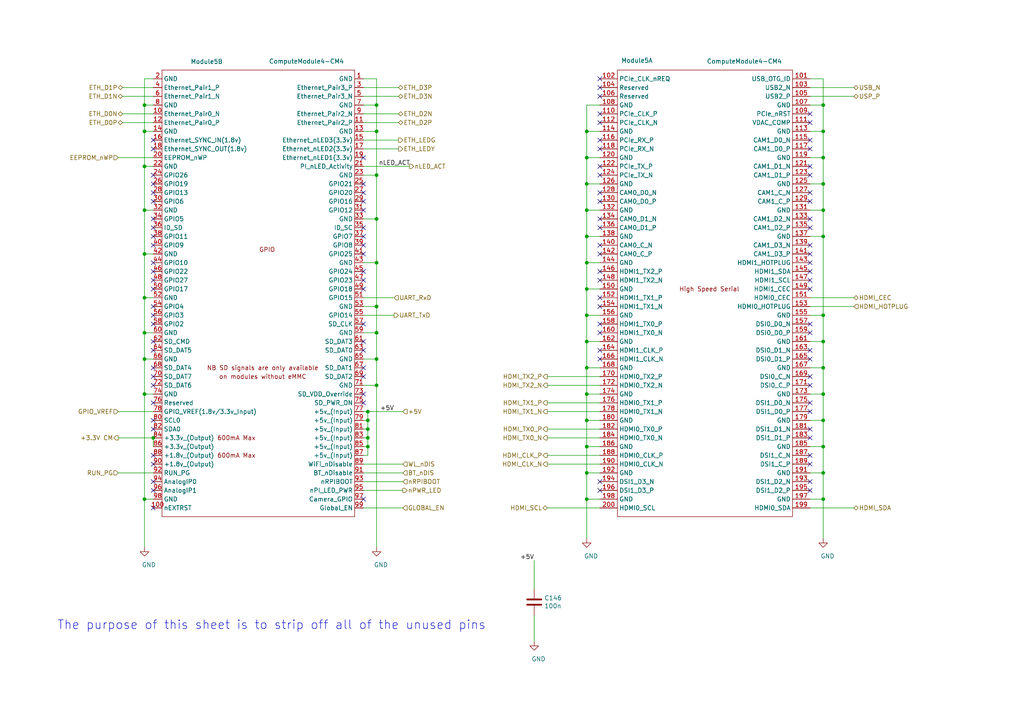
<source format=kicad_sch>
(kicad_sch (version 20230121) (generator eeschema)
  (paper "A4")
  (title_block (title "Penta-Pi") (date "2022-09-05") (rev "2.0") (comment 1 "fjc"))
  (lib_symbols
    (symbol "CM4IO:ComputeModule4-CM4"
      (property "Reference" "Module" (at 113.03 -68.58 0))
      (property "Value" "ComputeModule4-CM4" (at 140.97 2.54 0))
      (property "Special" "Hirose" (at 0 0 0))
      (symbol "ComputeModule4-CM4_1_0"
        (text "GPIO" (at 0 6.35 0) (effects (font (size 1.27 1.27))))
      )
      (symbol "ComputeModule4-CM4_1_1"
        (rectangle (start -30.48 -71.12) (end 25.4 58.42))
        (text "600mA Max" (at -8.89 -53.34 0) (effects (font (size 1.27 1.27))))
        (text "600mA Max" (at -8.89 -48.26 0) (effects (font (size 1.27 1.27))))
        (text "NB SD signals are only available" (at -1.27 -27.94 0) (effects (font (size 1.27 1.27))))
        (text "on modules without eMMC" (at -1.27 -30.48 0) (effects (font (size 1.27 1.27))))
        (pin power_in line (at 27.94 55.88 180) (length 2.54) (name "GND") (number "1"))
        (pin passive line (at -33.02 45.72 0) (length 2.54) (name "Ethernet_Pair0_N") (number "10"))
        (pin output line (at -33.02 -68.58 0) (length 2.54) (name "nEXTRST") (number "100"))
        (pin passive line (at 27.94 43.18 180) (length 2.54) (name "Ethernet_Pair2_P") (number "11"))
        (pin passive line (at -33.02 43.18 0) (length 2.54) (name "Ethernet_Pair0_P") (number "12"))
        (pin power_in line (at 27.94 40.64 180) (length 2.54) (name "GND") (number "13"))
        (pin power_in line (at -33.02 40.64 0) (length 2.54) (name "GND") (number "14"))
        (pin output line (at 27.94 38.1 180) (length 2.54) (name "Ethernet_nLED3(3.3v)") (number "15"))
        (pin input line (at -33.02 38.1 0) (length 2.54) (name "Ethernet_SYNC_IN(1.8v)") (number "16"))
        (pin output line (at 27.94 35.56 180) (length 2.54) (name "Ethernet_nLED2(3.3v)") (number "17"))
        (pin input line (at -33.02 35.56 0) (length 2.54) (name "Ethernet_SYNC_OUT(1.8v)") (number "18"))
        (pin output line (at 27.94 33.02 180) (length 2.54) (name "Ethernet_nLED1(3.3v)") (number "19"))
        (pin power_in line (at -33.02 55.88 0) (length 2.54) (name "GND") (number "2"))
        (pin passive line (at -33.02 33.02 0) (length 2.54) (name "EEPROM_nWP") (number "20"))
        (pin open_collector line (at 27.94 30.48 180) (length 2.54) (name "PI_nLED_Activity") (number "21"))
        (pin power_in line (at -33.02 30.48 0) (length 2.54) (name "GND") (number "22"))
        (pin power_in line (at 27.94 27.94 180) (length 2.54) (name "GND") (number "23"))
        (pin passive line (at -33.02 27.94 0) (length 2.54) (name "GPIO26") (number "24"))
        (pin passive line (at 27.94 25.4 180) (length 2.54) (name "GPIO21") (number "25"))
        (pin passive line (at -33.02 25.4 0) (length 2.54) (name "GPIO19") (number "26"))
        (pin passive line (at 27.94 22.86 180) (length 2.54) (name "GPIO20") (number "27"))
        (pin passive line (at -33.02 22.86 0) (length 2.54) (name "GPIO13") (number "28"))
        (pin passive line (at 27.94 20.32 180) (length 2.54) (name "GPIO16") (number "29"))
        (pin passive line (at 27.94 53.34 180) (length 2.54) (name "Ethernet_Pair3_P") (number "3"))
        (pin passive line (at -33.02 20.32 0) (length 2.54) (name "GPIO6") (number "30"))
        (pin passive line (at 27.94 17.78 180) (length 2.54) (name "GPIO12") (number "31"))
        (pin power_in line (at -33.02 17.78 0) (length 2.54) (name "GND") (number "32"))
        (pin power_in line (at 27.94 15.24 180) (length 2.54) (name "GND") (number "33"))
        (pin passive line (at -33.02 15.24 0) (length 2.54) (name "GPIO5") (number "34"))
        (pin passive line (at 27.94 12.7 180) (length 2.54) (name "ID_SC") (number "35"))
        (pin passive line (at -33.02 12.7 0) (length 2.54) (name "ID_SD") (number "36"))
        (pin passive line (at 27.94 10.16 180) (length 2.54) (name "GPIO7") (number "37"))
        (pin passive line (at -33.02 10.16 0) (length 2.54) (name "GPIO11") (number "38"))
        (pin passive line (at 27.94 7.62 180) (length 2.54) (name "GPIO8") (number "39"))
        (pin passive line (at -33.02 53.34 0) (length 2.54) (name "Ethernet_Pair1_P") (number "4"))
        (pin passive line (at -33.02 7.62 0) (length 2.54) (name "GPIO9") (number "40"))
        (pin passive line (at 27.94 5.08 180) (length 2.54) (name "GPIO25") (number "41"))
        (pin power_in line (at -33.02 5.08 0) (length 2.54) (name "GND") (number "42"))
        (pin power_in line (at 27.94 2.54 180) (length 2.54) (name "GND") (number "43"))
        (pin passive line (at -33.02 2.54 0) (length 2.54) (name "GPIO10") (number "44"))
        (pin passive line (at 27.94 0 180) (length 2.54) (name "GPIO24") (number "45"))
        (pin passive line (at -33.02 0 0) (length 2.54) (name "GPIO22") (number "46"))
        (pin passive line (at 27.94 -2.54 180) (length 2.54) (name "GPIO23") (number "47"))
        (pin passive line (at -33.02 -2.54 0) (length 2.54) (name "GPIO27") (number "48"))
        (pin passive line (at 27.94 -5.08 180) (length 2.54) (name "GPIO18") (number "49"))
        (pin passive line (at 27.94 50.8 180) (length 2.54) (name "Ethernet_Pair3_N") (number "5"))
        (pin passive line (at -33.02 -5.08 0) (length 2.54) (name "GPIO17") (number "50"))
        (pin passive line (at 27.94 -7.62 180) (length 2.54) (name "GPIO15") (number "51"))
        (pin power_in line (at -33.02 -7.62 0) (length 2.54) (name "GND") (number "52"))
        (pin power_in line (at 27.94 -10.16 180) (length 2.54) (name "GND") (number "53"))
        (pin passive line (at -33.02 -10.16 0) (length 2.54) (name "GPIO4") (number "54"))
        (pin passive line (at 27.94 -12.7 180) (length 2.54) (name "GPIO14") (number "55"))
        (pin passive line (at -33.02 -12.7 0) (length 2.54) (name "GPIO3") (number "56"))
        (pin passive line (at 27.94 -15.24 180) (length 2.54) (name "SD_CLK") (number "57"))
        (pin passive line (at -33.02 -15.24 0) (length 2.54) (name "GPIO2") (number "58"))
        (pin power_in line (at 27.94 -17.78 180) (length 2.54) (name "GND") (number "59"))
        (pin passive line (at -33.02 50.8 0) (length 2.54) (name "Ethernet_Pair1_N") (number "6"))
        (pin power_in line (at -33.02 -17.78 0) (length 2.54) (name "GND") (number "60"))
        (pin passive line (at 27.94 -20.32 180) (length 2.54) (name "SD_DAT3") (number "61"))
        (pin passive line (at -33.02 -20.32 0) (length 2.54) (name "SD_CMD") (number "62"))
        (pin passive line (at 27.94 -22.86 180) (length 2.54) (name "SD_DAT0") (number "63"))
        (pin passive line (at -33.02 -22.86 0) (length 2.54) (name "SD_DAT5") (number "64"))
        (pin power_in line (at 27.94 -25.4 180) (length 2.54) (name "GND") (number "65"))
        (pin power_in line (at -33.02 -25.4 0) (length 2.54) (name "GND") (number "66"))
        (pin passive line (at 27.94 -27.94 180) (length 2.54) (name "SD_DAT1") (number "67"))
        (pin passive line (at -33.02 -27.94 0) (length 2.54) (name "SD_DAT4") (number "68"))
        (pin passive line (at 27.94 -30.48 180) (length 2.54) (name "SD_DAT2") (number "69"))
        (pin power_in line (at 27.94 48.26 180) (length 2.54) (name "GND") (number "7"))
        (pin passive line (at -33.02 -30.48 0) (length 2.54) (name "SD_DAT7") (number "70"))
        (pin power_in line (at 27.94 -33.02 180) (length 2.54) (name "GND") (number "71"))
        (pin passive line (at -33.02 -33.02 0) (length 2.54) (name "SD_DAT6") (number "72"))
        (pin input line (at 27.94 -35.56 180) (length 2.54) (name "SD_VDD_Override") (number "73"))
        (pin power_in line (at -33.02 -35.56 0) (length 2.54) (name "GND") (number "74"))
        (pin output line (at 27.94 -38.1 180) (length 2.54) (name "SD_PWR_ON") (number "75"))
        (pin passive line (at -33.02 -38.1 0) (length 2.54) (name "Reserved") (number "76"))
        (pin power_in line (at 27.94 -40.64 180) (length 2.54) (name "+5v_(Input)") (number "77"))
        (pin power_in line (at -33.02 -40.64 0) (length 2.54) (name "GPIO_VREF(1.8v/3.3v_Input)") (number "78"))
        (pin power_in line (at 27.94 -43.18 180) (length 2.54) (name "+5v_(Input)") (number "79"))
        (pin power_in line (at -33.02 48.26 0) (length 2.54) (name "GND") (number "8"))
        (pin passive line (at -33.02 -43.18 0) (length 2.54) (name "SCL0") (number "80"))
        (pin power_in line (at 27.94 -45.72 180) (length 2.54) (name "+5v_(Input)") (number "81"))
        (pin passive line (at -33.02 -45.72 0) (length 2.54) (name "SDA0") (number "82"))
        (pin power_in line (at 27.94 -48.26 180) (length 2.54) (name "+5v_(Input)") (number "83"))
        (pin power_out line (at -33.02 -48.26 0) (length 2.54) (name "+3.3v_(Output)") (number "84"))
        (pin power_in line (at 27.94 -50.8 180) (length 2.54) (name "+5v_(Input)") (number "85"))
        (pin power_out line (at -33.02 -50.8 0) (length 2.54) (name "+3.3v_(Output)") (number "86"))
        (pin power_in line (at 27.94 -53.34 180) (length 2.54) (name "+5v_(Input)") (number "87"))
        (pin power_out line (at -33.02 -53.34 0) (length 2.54) (name "+1.8v_(Output)") (number "88"))
        (pin power_in line (at 27.94 -55.88 180) (length 2.54) (name "WiFi_nDisable") (number "89"))
        (pin passive line (at 27.94 45.72 180) (length 2.54) (name "Ethernet_Pair2_N") (number "9"))
        (pin power_out line (at -33.02 -55.88 0) (length 2.54) (name "+1.8v_(Output)") (number "90"))
        (pin power_in line (at 27.94 -58.42 180) (length 2.54) (name "BT_nDisable") (number "91"))
        (pin passive line (at -33.02 -58.42 0) (length 2.54) (name "RUN_PG") (number "92"))
        (pin input line (at 27.94 -60.96 180) (length 2.54) (name "nRPIBOOT") (number "93"))
        (pin passive line (at -33.02 -60.96 0) (length 2.54) (name "AnalogIP0") (number "94"))
        (pin output line (at 27.94 -63.5 180) (length 2.54) (name "nPI_LED_PWR") (number "95"))
        (pin passive line (at -33.02 -63.5 0) (length 2.54) (name "AnalogIP1") (number "96"))
        (pin passive line (at 27.94 -66.04 180) (length 2.54) (name "Camera_GPIO") (number "97"))
        (pin power_in line (at -33.02 -66.04 0) (length 2.54) (name "GND") (number "98"))
        (pin input line (at 27.94 -68.58 180) (length 2.54) (name "Global_EN") (number "99"))
      )
      (symbol "ComputeModule4-CM4_2_1"
        (rectangle (start 114.3 -66.04) (end 165.1 63.5))
        (text "High Speed Serial" (at 140.97 0 0) (effects (font (size 1.27 1.27))))
        (pin input line (at 170.18 60.96 180) (length 5.08) (name "USB_OTG_ID") (number "101"))
        (pin input line (at 109.22 60.96 0) (length 5.08) (name "PCIe_CLK_nREQ") (number "102"))
        (pin passive line (at 170.18 58.42 180) (length 5.08) (name "USB2_N") (number "103"))
        (pin passive line (at 109.22 58.42 0) (length 5.08) (name "Reserved") (number "104"))
        (pin passive line (at 170.18 55.88 180) (length 5.08) (name "USB2_P") (number "105"))
        (pin passive line (at 109.22 55.88 0) (length 5.08) (name "Reserved") (number "106"))
        (pin power_in line (at 170.18 53.34 180) (length 5.08) (name "GND") (number "107"))
        (pin power_in line (at 109.22 53.34 0) (length 5.08) (name "GND") (number "108"))
        (pin bidirectional line (at 170.18 50.8 180) (length 5.08) (name "PCIe_nRST") (number "109"))
        (pin output line (at 109.22 50.8 0) (length 5.08) (name "PCIe_CLK_P") (number "110"))
        (pin passive line (at 170.18 48.26 180) (length 5.08) (name "VDAC_COMP") (number "111"))
        (pin output line (at 109.22 48.26 0) (length 5.08) (name "PCIe_CLK_N") (number "112"))
        (pin power_in line (at 170.18 45.72 180) (length 5.08) (name "GND") (number "113"))
        (pin power_in line (at 109.22 45.72 0) (length 5.08) (name "GND") (number "114"))
        (pin input line (at 170.18 43.18 180) (length 5.08) (name "CAM1_D0_N") (number "115"))
        (pin input line (at 109.22 43.18 0) (length 5.08) (name "PCIe_RX_P") (number "116"))
        (pin input line (at 170.18 40.64 180) (length 5.08) (name "CAM1_D0_P") (number "117"))
        (pin input line (at 109.22 40.64 0) (length 5.08) (name "PCIe_RX_N") (number "118"))
        (pin power_in line (at 170.18 38.1 180) (length 5.08) (name "GND") (number "119"))
        (pin power_in line (at 109.22 38.1 0) (length 5.08) (name "GND") (number "120"))
        (pin input line (at 170.18 35.56 180) (length 5.08) (name "CAM1_D1_N") (number "121"))
        (pin output line (at 109.22 35.56 0) (length 5.08) (name "PCIe_TX_P") (number "122"))
        (pin input line (at 170.18 33.02 180) (length 5.08) (name "CAM1_D1_P") (number "123"))
        (pin output line (at 109.22 33.02 0) (length 5.08) (name "PCIe_TX_N") (number "124"))
        (pin power_in line (at 170.18 30.48 180) (length 5.08) (name "GND") (number "125"))
        (pin power_in line (at 109.22 30.48 0) (length 5.08) (name "GND") (number "126"))
        (pin input line (at 170.18 27.94 180) (length 5.08) (name "CAM1_C_N") (number "127"))
        (pin input line (at 109.22 27.94 0) (length 5.08) (name "CAM0_D0_N") (number "128"))
        (pin input line (at 170.18 25.4 180) (length 5.08) (name "CAM1_C_P") (number "129"))
        (pin input line (at 109.22 25.4 0) (length 5.08) (name "CAM0_D0_P") (number "130"))
        (pin power_in line (at 170.18 22.86 180) (length 5.08) (name "GND") (number "131"))
        (pin power_in line (at 109.22 22.86 0) (length 5.08) (name "GND") (number "132"))
        (pin input line (at 170.18 20.32 180) (length 5.08) (name "CAM1_D2_N") (number "133"))
        (pin input line (at 109.22 20.32 0) (length 5.08) (name "CAM0_D1_N") (number "134"))
        (pin input line (at 170.18 17.78 180) (length 5.08) (name "CAM1_D2_P") (number "135"))
        (pin input line (at 109.22 17.78 0) (length 5.08) (name "CAM0_D1_P") (number "136"))
        (pin power_in line (at 170.18 15.24 180) (length 5.08) (name "GND") (number "137"))
        (pin power_in line (at 109.22 15.24 0) (length 5.08) (name "GND") (number "138"))
        (pin input line (at 170.18 12.7 180) (length 5.08) (name "CAM1_D3_N") (number "139"))
        (pin input line (at 109.22 12.7 0) (length 5.08) (name "CAM0_C_N") (number "140"))
        (pin input line (at 170.18 10.16 180) (length 5.08) (name "CAM1_D3_P") (number "141"))
        (pin input line (at 109.22 10.16 0) (length 5.08) (name "CAM0_C_P") (number "142"))
        (pin input line (at 170.18 7.62 180) (length 5.08) (name "HDMI1_HOTPLUG") (number "143"))
        (pin power_in line (at 109.22 7.62 0) (length 5.08) (name "GND") (number "144"))
        (pin bidirectional line (at 170.18 5.08 180) (length 5.08) (name "HDMI1_SDA") (number "145"))
        (pin output line (at 109.22 5.08 0) (length 5.08) (name "HDMI1_TX2_P") (number "146"))
        (pin open_collector line (at 170.18 2.54 180) (length 5.08) (name "HDMI1_SCL") (number "147"))
        (pin output line (at 109.22 2.54 0) (length 5.08) (name "HDMI1_TX2_N") (number "148"))
        (pin open_collector line (at 170.18 0 180) (length 5.08) (name "HDMI1_CEC") (number "149"))
        (pin power_in line (at 109.22 0 0) (length 5.08) (name "GND") (number "150"))
        (pin open_collector line (at 170.18 -2.54 180) (length 5.08) (name "HDMI0_CEC") (number "151"))
        (pin output line (at 109.22 -2.54 0) (length 5.08) (name "HDMI1_TX1_P") (number "152"))
        (pin input line (at 170.18 -5.08 180) (length 5.08) (name "HDMI0_HOTPLUG") (number "153"))
        (pin output line (at 109.22 -5.08 0) (length 5.08) (name "HDMI1_TX1_N") (number "154"))
        (pin power_in line (at 170.18 -7.62 180) (length 5.08) (name "GND") (number "155"))
        (pin power_in line (at 109.22 -7.62 0) (length 5.08) (name "GND") (number "156"))
        (pin output line (at 170.18 -10.16 180) (length 5.08) (name "DSI0_D0_N") (number "157"))
        (pin output line (at 109.22 -10.16 0) (length 5.08) (name "HDMI1_TX0_P") (number "158"))
        (pin output line (at 170.18 -12.7 180) (length 5.08) (name "DSI0_D0_P") (number "159"))
        (pin output line (at 109.22 -12.7 0) (length 5.08) (name "HDMI1_TX0_N") (number "160"))
        (pin power_in line (at 170.18 -15.24 180) (length 5.08) (name "GND") (number "161"))
        (pin power_in line (at 109.22 -15.24 0) (length 5.08) (name "GND") (number "162"))
        (pin output line (at 170.18 -17.78 180) (length 5.08) (name "DSI0_D1_N") (number "163"))
        (pin output line (at 109.22 -17.78 0) (length 5.08) (name "HDMI1_CLK_P") (number "164"))
        (pin output line (at 170.18 -20.32 180) (length 5.08) (name "DSI0_D1_P") (number "165"))
        (pin output line (at 109.22 -20.32 0) (length 5.08) (name "HDMI1_CLK_N") (number "166"))
        (pin power_in line (at 170.18 -22.86 180) (length 5.08) (name "GND") (number "167"))
        (pin power_in line (at 109.22 -22.86 0) (length 5.08) (name "GND") (number "168"))
        (pin output line (at 170.18 -25.4 180) (length 5.08) (name "DSI0_C_N") (number "169"))
        (pin output line (at 109.22 -25.4 0) (length 5.08) (name "HDMI0_TX2_P") (number "170"))
        (pin output line (at 170.18 -27.94 180) (length 5.08) (name "DSI0_C_P") (number "171"))
        (pin output line (at 109.22 -27.94 0) (length 5.08) (name "HDMI0_TX2_N") (number "172"))
        (pin power_in line (at 170.18 -30.48 180) (length 5.08) (name "GND") (number "173"))
        (pin power_in line (at 109.22 -30.48 0) (length 5.08) (name "GND") (number "174"))
        (pin output line (at 170.18 -33.02 180) (length 5.08) (name "DSI1_D0_N") (number "175"))
        (pin output line (at 109.22 -33.02 0) (length 5.08) (name "HDMI0_TX1_P") (number "176"))
        (pin output line (at 170.18 -35.56 180) (length 5.08) (name "DSI1_D0_P") (number "177"))
        (pin output line (at 109.22 -35.56 0) (length 5.08) (name "HDMI0_TX1_N") (number "178"))
        (pin power_in line (at 170.18 -38.1 180) (length 5.08) (name "GND") (number "179"))
        (pin power_in line (at 109.22 -38.1 0) (length 5.08) (name "GND") (number "180"))
        (pin output line (at 170.18 -40.64 180) (length 5.08) (name "DSI1_D1_N") (number "181"))
        (pin output line (at 109.22 -40.64 0) (length 5.08) (name "HDMI0_TX0_P") (number "182"))
        (pin output line (at 170.18 -43.18 180) (length 5.08) (name "DSI1_D1_P") (number "183"))
        (pin output line (at 109.22 -43.18 0) (length 5.08) (name "HDMI0_TX0_N") (number "184"))
        (pin power_in line (at 170.18 -45.72 180) (length 5.08) (name "GND") (number "185"))
        (pin power_in line (at 109.22 -45.72 0) (length 5.08) (name "GND") (number "186"))
        (pin output line (at 170.18 -48.26 180) (length 5.08) (name "DSI1_C_N") (number "187"))
        (pin output line (at 109.22 -48.26 0) (length 5.08) (name "HDMI0_CLK_P") (number "188"))
        (pin output line (at 170.18 -50.8 180) (length 5.08) (name "DSI1_C_P") (number "189"))
        (pin output line (at 109.22 -50.8 0) (length 5.08) (name "HDMI0_CLK_N") (number "190"))
        (pin power_in line (at 170.18 -53.34 180) (length 5.08) (name "GND") (number "191"))
        (pin power_in line (at 109.22 -53.34 0) (length 5.08) (name "GND") (number "192"))
        (pin output line (at 170.18 -55.88 180) (length 5.08) (name "DSI1_D2_N") (number "193"))
        (pin output line (at 109.22 -55.88 0) (length 5.08) (name "DSI1_D3_N") (number "194"))
        (pin output line (at 170.18 -58.42 180) (length 5.08) (name "DSI1_D2_P") (number "195"))
        (pin output line (at 109.22 -58.42 0) (length 5.08) (name "DSI1_D3_P") (number "196"))
        (pin power_in line (at 170.18 -60.96 180) (length 5.08) (name "GND") (number "197"))
        (pin power_in line (at 109.22 -60.96 0) (length 5.08) (name "GND") (number "198"))
        (pin bidirectional line (at 170.18 -63.5 180) (length 5.08) (name "HDMI0_SDA") (number "199"))
        (pin open_collector line (at 109.22 -63.5 0) (length 5.08) (name "HDMI0_SCL") (number "200"))
      )
    )
    (symbol "Device:C" (pin_numbers hide) (pin_names (offset 0.254))
      (property "Reference" "C" (at 0.635 2.54 0))
      (property "Value" "C" (at 0.635 -2.54 0))
      (symbol "C_0_1"
        (polyline (pts (xy -2.032 -0.762) (xy 2.032 -0.762)) (stroke (width 0.508)))
        (polyline (pts (xy -2.032 0.762) (xy 2.032 0.762)) (stroke (width 0.508)))
      )
      (symbol "C_1_1"
        (pin passive line (at 0 3.81 270) (length 2.794) (name "~") (number "1"))
        (pin passive line (at 0 -3.81 90) (length 2.794) (name "~") (number "2"))
      )
    )
    (symbol "power:GND" (power) (pin_names (offset 0))
      (property "Value" "GND" (at 0 -3.81 0))
      (symbol "GND_0_1"
        (polyline (pts (xy 0 0) (xy 0 -1.27) (xy 1.27 -1.27) (xy 0 -2.54) (xy -1.27 -1.27) (xy 0 -1.27)))
      )
      (symbol "GND_1_1"
        (pin power_in line (at 0 0 270) (length 0) hide (name "GND") (number "1"))
      )
    )
  )
  (junction (at 170.18 53.34) (diameter 0.9144))
  (junction (at 109.22 76.2) (diameter 0.9144))
  (junction (at 106.68 119.38) (diameter 0.9144))
  (junction (at 41.91 38.1) (diameter 0.9144))
  (junction (at 109.22 50.8) (diameter 0.9144))
  (junction (at 170.18 121.92) (diameter 0.9144))
  (junction (at 170.18 76.2) (diameter 0.9144))
  (junction (at 238.76 45.72) (diameter 0.9144))
  (junction (at 170.18 114.3) (diameter 0.9144))
  (junction (at 106.68 129.54) (diameter 0.9144))
  (junction (at 41.91 60.96) (diameter 0.9144))
  (junction (at 170.18 137.16) (diameter 0.9144))
  (junction (at 170.18 68.58) (diameter 0.9144))
  (junction (at 170.18 45.72) (diameter 0.9144))
  (junction (at 109.22 104.14) (diameter 0.9144))
  (junction (at 238.76 53.34) (diameter 0.9144))
  (junction (at 44.45 127))
  (junction (at 238.76 99.06) (diameter 0.9144))
  (junction (at 41.91 144.78) (diameter 0.9144))
  (junction (at 41.91 114.3) (diameter 0.9144))
  (junction (at 109.22 30.48) (diameter 0.9144))
  (junction (at 238.76 137.16) (diameter 0.9144))
  (junction (at 238.76 129.54) (diameter 0.9144))
  (junction (at 238.76 30.48) (diameter 0.9144))
  (junction (at 106.68 121.92) (diameter 0.9144))
  (junction (at 238.76 144.78) (diameter 0.9144))
  (junction (at 170.18 83.82) (diameter 0.9144))
  (junction (at 170.18 60.96) (diameter 0.9144))
  (junction (at 41.91 96.52) (diameter 0.9144))
  (junction (at 238.76 68.58) (diameter 0.9144))
  (junction (at 170.18 91.44) (diameter 0.9144))
  (junction (at 41.91 86.36) (diameter 0.914))
  (junction (at 238.76 114.3) (diameter 0.9144))
  (junction (at 106.68 127) (diameter 0.9144))
  (junction (at 41.91 30.48) (diameter 0.9144))
  (junction (at 109.22 96.52) (diameter 0.9144))
  (junction (at 238.76 91.44) (diameter 0.9144))
  (junction (at 170.18 99.06) (diameter 0.9144))
  (junction (at 238.76 106.68) (diameter 0.9144))
  (junction (at 238.76 60.96) (diameter 0.9144))
  (junction (at 170.18 129.54) (diameter 0.9144))
  (junction (at 170.18 144.78) (diameter 0.9144))
  (junction (at 41.91 48.26) (diameter 0.9144))
  (junction (at 170.18 38.1) (diameter 0.9144))
  (junction (at 170.18 106.68) (diameter 0.9144))
  (junction (at 41.91 104.14) (diameter 0.9144))
  (junction (at 106.68 124.46) (diameter 0.9144))
  (junction (at 41.91 73.66) (diameter 0.9144))
  (junction (at 109.22 111.76) (diameter 0.9144))
  (junction (at 238.76 38.1) (diameter 0.9144))
  (junction (at 109.22 38.1) (diameter 0.9144))
  (junction (at 109.22 63.5) (diameter 0.9144))
  (junction (at 238.76 121.92) (diameter 0.9144))
  (junction (at 109.22 88.9) (diameter 0.9144))
  (no_connect (at 173.99 101.6))
  (no_connect (at 234.95 104.14))
  (no_connect (at 44.45 147.32))
  (no_connect (at 105.41 78.74))
  (no_connect (at 173.99 73.66))
  (no_connect (at 173.99 25.4))
  (no_connect (at 105.41 93.98))
  (no_connect (at 44.45 132.08))
  (no_connect (at 173.99 27.94))
  (no_connect (at 44.45 101.6))
  (no_connect (at 173.99 86.36))
  (no_connect (at 105.41 101.6))
  (no_connect (at 44.45 53.34))
  (no_connect (at 105.41 60.96))
  (no_connect (at 44.45 78.74))
  (no_connect (at 234.95 73.66))
  (no_connect (at 234.95 76.2))
  (no_connect (at 44.45 43.18))
  (no_connect (at 44.45 124.46))
  (no_connect (at 44.45 71.12))
  (no_connect (at 44.45 58.42))
  (no_connect (at 105.41 45.72))
  (no_connect (at 173.99 139.7))
  (no_connect (at 173.99 81.28))
  (no_connect (at 105.41 109.22))
  (no_connect (at 105.41 114.3))
  (no_connect (at 105.41 53.34))
  (no_connect (at 173.99 40.64))
  (no_connect (at 234.95 116.84))
  (no_connect (at 173.99 142.24))
  (no_connect (at 234.95 139.7))
  (no_connect (at 234.95 81.28))
  (no_connect (at 173.99 71.12))
  (no_connect (at 44.45 40.64))
  (no_connect (at 234.95 109.22))
  (no_connect (at 234.95 124.46))
  (no_connect (at 44.45 83.82))
  (no_connect (at 105.41 144.78))
  (no_connect (at 173.99 88.9))
  (no_connect (at 234.95 71.12))
  (no_connect (at 44.45 99.06))
  (no_connect (at 105.41 116.84))
  (no_connect (at 234.95 66.04))
  (no_connect (at 173.99 48.26))
  (no_connect (at 44.45 111.76))
  (no_connect (at 105.41 81.28))
  (no_connect (at 44.45 93.98))
  (no_connect (at 234.95 55.88))
  (no_connect (at 234.95 43.18))
  (no_connect (at 173.99 35.56))
  (no_connect (at 44.45 50.8))
  (no_connect (at 173.99 66.04))
  (no_connect (at 44.45 76.2))
  (no_connect (at 105.41 58.42))
  (no_connect (at 234.95 101.6))
  (no_connect (at 44.45 81.28))
  (no_connect (at 105.41 83.82))
  (no_connect (at 234.95 134.62))
  (no_connect (at 173.99 50.8))
  (no_connect (at 173.99 55.88))
  (no_connect (at 234.95 142.24))
  (no_connect (at 105.41 68.58))
  (no_connect (at 173.99 63.5))
  (no_connect (at 44.45 91.44))
  (no_connect (at 234.95 35.56))
  (no_connect (at 234.95 50.8))
  (no_connect (at 105.41 99.06))
  (no_connect (at 234.95 33.02))
  (no_connect (at 234.95 40.64))
  (no_connect (at 234.95 119.38))
  (no_connect (at 44.45 139.7))
  (no_connect (at 234.95 48.26))
  (no_connect (at 234.95 58.42))
  (no_connect (at 44.45 142.24))
  (no_connect (at 173.99 104.14))
  (no_connect (at 173.99 78.74))
  (no_connect (at 234.95 63.5))
  (no_connect (at 173.99 58.42))
  (no_connect (at 105.41 73.66))
  (no_connect (at 44.45 88.9))
  (no_connect (at 234.95 83.82))
  (no_connect (at 44.45 55.88))
  (no_connect (at 44.45 63.5))
  (no_connect (at 234.95 78.74))
  (no_connect (at 105.41 55.88))
  (no_connect (at 234.95 96.52))
  (no_connect (at 105.41 71.12))
  (no_connect (at 173.99 33.02))
  (no_connect (at 44.45 134.62))
  (no_connect (at 44.45 116.84))
  (no_connect (at 44.45 109.22))
  (no_connect (at 234.95 93.98))
  (no_connect (at 234.95 132.08))
  (no_connect (at 173.99 22.86))
  (no_connect (at 44.45 121.92))
  (no_connect (at 105.41 66.04))
  (no_connect (at 234.95 127))
  (no_connect (at 105.41 106.68))
  (no_connect (at 44.45 68.58))
  (no_connect (at 173.99 93.98))
  (no_connect (at 234.95 111.76))
  (no_connect (at 44.45 106.68))
  (no_connect (at 173.99 43.18))
  (no_connect (at 44.45 66.04))
  (no_connect (at 173.99 96.52))
  (wire (pts (xy 41.91 96.52) (xy 41.91 104.14)))
  (wire (pts (xy 44.45 22.86) (xy 41.91 22.86)))
  (wire (pts (xy 238.76 68.58) (xy 238.76 60.96)))
  (wire (pts (xy 105.41 121.92) (xy 106.68 121.92)))
  (wire (pts (xy 158.75 124.46) (xy 173.99 124.46)))
  (wire (pts (xy 41.91 73.66) (xy 44.45 73.66)))
  (wire (pts (xy 105.41 25.4) (xy 115.57 25.4)))
  (wire (pts (xy 41.91 144.78) (xy 41.91 158.75)))
  (wire (pts (xy 35.56 33.02) (xy 44.45 33.02)))
  (wire (pts (xy 234.95 60.96) (xy 238.76 60.96)))
  (wire (pts (xy 109.22 63.5) (xy 109.22 50.8)))
  (wire (pts (xy 238.76 53.34) (xy 238.76 45.72)))
  (wire (pts (xy 34.29 137.16) (xy 44.45 137.16)))
  (wire (pts (xy 158.75 127) (xy 173.99 127)))
  (wire (pts (xy 158.75 134.62) (xy 173.99 134.62)))
  (wire (pts (xy 34.29 45.72) (xy 44.45 45.72)))
  (wire (pts (xy 105.41 96.52) (xy 109.22 96.52)))
  (wire (pts (xy 158.75 132.08) (xy 173.99 132.08)))
  (wire (pts (xy 170.18 121.92) (xy 170.18 114.3)))
  (wire (pts (xy 170.18 76.2) (xy 170.18 68.58)))
  (wire (pts (xy 105.41 30.48) (xy 109.22 30.48)))
  (wire (pts (xy 238.76 99.06) (xy 238.76 91.44)))
  (wire (pts (xy 234.95 22.86) (xy 238.76 22.86)))
  (wire (pts (xy 234.95 27.94) (xy 247.65 27.94)))
  (wire (pts (xy 234.95 88.9) (xy 247.65 88.9)))
  (wire (pts (xy 41.91 38.1) (xy 44.45 38.1)))
  (wire (pts (xy 109.22 104.14) (xy 109.22 96.52)))
  (wire (pts (xy 234.95 91.44) (xy 238.76 91.44)))
  (wire (pts (xy 41.91 114.3) (xy 41.91 144.78)))
  (wire (pts (xy 105.41 50.8) (xy 109.22 50.8)))
  (wire (pts (xy 170.18 114.3) (xy 173.99 114.3)))
  (wire (pts (xy 105.41 91.44) (xy 114.3 91.44)))
  (wire (pts (xy 105.41 40.64) (xy 115.57 40.64)))
  (wire (pts (xy 158.75 119.38) (xy 173.99 119.38)))
  (wire (pts (xy 238.76 114.3) (xy 238.76 106.68)))
  (wire (pts (xy 170.18 99.06) (xy 173.99 99.06)))
  (wire (pts (xy 109.22 38.1) (xy 109.22 30.48)))
  (wire (pts (xy 170.18 156.21) (xy 170.18 144.78)))
  (wire (pts (xy 170.18 137.16) (xy 173.99 137.16)))
  (wire (pts (xy 238.76 38.1) (xy 234.95 38.1)))
  (wire (pts (xy 170.18 68.58) (xy 173.99 68.58)))
  (wire (pts (xy 41.91 114.3) (xy 44.45 114.3)))
  (wire (pts (xy 238.76 144.78) (xy 238.76 137.16)))
  (wire (pts (xy 170.18 129.54) (xy 173.99 129.54)))
  (wire (pts (xy 238.76 91.44) (xy 238.76 68.58)))
  (wire (pts (xy 158.75 116.84) (xy 173.99 116.84)))
  (wire (pts (xy 41.91 60.96) (xy 44.45 60.96)))
  (wire (pts (xy 109.22 22.86) (xy 105.41 22.86)))
  (wire (pts (xy 234.95 86.36) (xy 247.65 86.36)))
  (wire (pts (xy 170.18 137.16) (xy 170.18 129.54)))
  (wire (pts (xy 154.94 162.56) (xy 154.94 170.815)))
  (wire (pts (xy 41.91 104.14) (xy 41.91 114.3)))
  (wire (pts (xy 105.41 124.46) (xy 106.68 124.46)))
  (wire (pts (xy 170.18 76.2) (xy 173.99 76.2)))
  (wire (pts (xy 105.41 129.54) (xy 106.68 129.54)))
  (wire (pts (xy 170.18 106.68) (xy 173.99 106.68)))
  (wire (pts (xy 105.41 76.2) (xy 109.22 76.2)))
  (wire (pts (xy 105.41 88.9) (xy 109.22 88.9)))
  (wire (pts (xy 238.76 129.54) (xy 238.76 121.92)))
  (wire (pts (xy 105.41 104.14) (xy 109.22 104.14)))
  (wire (pts (xy 35.56 25.4) (xy 44.45 25.4)))
  (wire (pts (xy 41.91 60.96) (xy 41.91 73.66)))
  (wire (pts (xy 41.91 96.52) (xy 44.45 96.52)))
  (wire (pts (xy 41.91 30.48) (xy 44.45 30.48)))
  (wire (pts (xy 238.76 60.96) (xy 238.76 53.34)))
  (wire (pts (xy 105.41 147.32) (xy 116.84 147.32)) (stroke (width 0.152)))
  (wire (pts (xy 41.91 73.66) (xy 41.91 86.36)))
  (wire (pts (xy 234.95 144.78) (xy 238.76 144.78)))
  (wire (pts (xy 105.41 127) (xy 106.68 127)))
  (wire (pts (xy 109.22 96.52) (xy 109.22 88.9)))
  (wire (pts (xy 105.41 134.62) (xy 116.84 134.62)))
  (wire (pts (xy 234.95 99.06) (xy 238.76 99.06)))
  (wire (pts (xy 105.41 111.76) (xy 109.22 111.76)))
  (wire (pts (xy 41.91 144.78) (xy 44.45 144.78)))
  (wire (pts (xy 105.41 35.56) (xy 115.57 35.56)))
  (wire (pts (xy 234.95 114.3) (xy 238.76 114.3)))
  (wire (pts (xy 109.22 76.2) (xy 109.22 63.5)))
  (wire (pts (xy 234.95 106.68) (xy 238.76 106.68)))
  (wire (pts (xy 105.41 43.18) (xy 115.57 43.18)))
  (wire (pts (xy 170.18 144.78) (xy 170.18 137.16)))
  (wire (pts (xy 170.18 68.58) (xy 170.18 60.96)))
  (wire (pts (xy 44.45 127) (xy 44.45 129.54)))
  (wire (pts (xy 170.18 38.1) (xy 173.99 38.1)))
  (wire (pts (xy 170.18 144.78) (xy 173.99 144.78)))
  (wire (pts (xy 247.65 25.4) (xy 234.95 25.4)))
  (wire (pts (xy 34.29 119.38) (xy 44.45 119.38)))
  (wire (pts (xy 105.41 27.94) (xy 115.57 27.94)))
  (wire (pts (xy 41.91 104.14) (xy 44.45 104.14)))
  (wire (pts (xy 238.76 22.86) (xy 238.76 30.48)))
  (wire (pts (xy 105.41 86.36) (xy 114.3 86.36)))
  (wire (pts (xy 170.18 91.44) (xy 170.18 83.82)))
  (wire (pts (xy 238.76 144.78) (xy 238.76 156.21)))
  (wire (pts (xy 238.76 45.72) (xy 234.95 45.72)))
  (wire (pts (xy 238.76 38.1) (xy 238.76 30.48)))
  (wire (pts (xy 238.76 45.72) (xy 238.76 38.1)))
  (wire (pts (xy 109.22 30.48) (xy 109.22 22.86)))
  (wire (pts (xy 170.18 129.54) (xy 170.18 121.92)))
  (wire (pts (xy 238.76 137.16) (xy 238.76 129.54)))
  (wire (pts (xy 35.56 27.94) (xy 44.45 27.94)))
  (wire (pts (xy 170.18 114.3) (xy 170.18 106.68)))
  (wire (pts (xy 105.41 33.02) (xy 115.57 33.02)))
  (wire (pts (xy 105.41 139.7) (xy 116.84 139.7)))
  (wire (pts (xy 41.91 38.1) (xy 41.91 48.26)))
  (wire (pts (xy 170.18 45.72) (xy 173.99 45.72)))
  (wire (pts (xy 170.18 45.72) (xy 170.18 38.1)))
  (wire (pts (xy 41.91 30.48) (xy 41.91 38.1)))
  (wire (pts (xy 238.76 106.68) (xy 238.76 99.06)))
  (wire (pts (xy 158.75 111.76) (xy 173.99 111.76)))
  (wire (pts (xy 170.18 60.96) (xy 170.18 53.34)))
  (wire (pts (xy 170.18 99.06) (xy 170.18 91.44)))
  (wire (pts (xy 106.68 119.38) (xy 106.68 121.92)))
  (wire (pts (xy 106.68 121.92) (xy 106.68 124.46)))
  (wire (pts (xy 106.68 124.46) (xy 106.68 127)))
  (wire (pts (xy 106.68 127) (xy 106.68 129.54)))
  (wire (pts (xy 106.68 129.54) (xy 106.68 132.08)))
  (wire (pts (xy 109.22 158.75) (xy 109.22 111.76)))
  (wire (pts (xy 170.18 83.82) (xy 170.18 76.2)))
  (wire (pts (xy 109.22 88.9) (xy 109.22 76.2)))
  (wire (pts (xy 109.22 111.76) (xy 109.22 104.14)))
  (wire (pts (xy 234.95 68.58) (xy 238.76 68.58)))
  (wire (pts (xy 170.18 91.44) (xy 173.99 91.44)))
  (wire (pts (xy 158.75 147.32) (xy 173.99 147.32)))
  (wire (pts (xy 234.95 121.92) (xy 238.76 121.92)))
  (wire (pts (xy 170.18 53.34) (xy 173.99 53.34)))
  (wire (pts (xy 234.95 137.16) (xy 238.76 137.16)))
  (wire (pts (xy 105.41 142.24) (xy 116.84 142.24)))
  (wire (pts (xy 34.29 127) (xy 44.45 127)))
  (wire (pts (xy 170.18 106.68) (xy 170.18 99.06)))
  (wire (pts (xy 234.95 129.54) (xy 238.76 129.54)))
  (wire (pts (xy 105.41 119.38) (xy 106.68 119.38)))
  (wire (pts (xy 106.68 119.38) (xy 116.84 119.38)))
  (wire (pts (xy 154.94 178.435) (xy 154.94 186.055)))
  (wire (pts (xy 35.56 35.56) (xy 44.45 35.56)))
  (wire (pts (xy 105.41 132.08) (xy 106.68 132.08)))
  (wire (pts (xy 234.95 147.32) (xy 247.65 147.32)))
  (wire (pts (xy 105.41 38.1) (xy 109.22 38.1)))
  (wire (pts (xy 105.41 137.16) (xy 116.84 137.16)))
  (wire (pts (xy 158.75 109.22) (xy 173.99 109.22)))
  (wire (pts (xy 109.22 50.8) (xy 109.22 38.1)))
  (wire (pts (xy 41.91 48.26) (xy 41.91 60.96)))
  (wire (pts (xy 238.76 121.92) (xy 238.76 114.3)))
  (wire (pts (xy 170.18 121.92) (xy 173.99 121.92)))
  (wire (pts (xy 238.76 30.48) (xy 234.95 30.48)))
  (wire (pts (xy 234.95 53.34) (xy 238.76 53.34)))
  (wire (pts (xy 41.91 86.36) (xy 41.91 96.52)))
  (wire (pts (xy 170.18 30.48) (xy 173.99 30.48)))
  (wire (pts (xy 105.41 63.5) (xy 109.22 63.5)))
  (wire (pts (xy 41.91 86.36) (xy 44.45 86.36)))
  (wire (pts (xy 170.18 53.34) (xy 170.18 45.72)))
  (wire (pts (xy 170.18 38.1) (xy 170.18 30.48)))
  (wire (pts (xy 170.18 60.96) (xy 173.99 60.96)))
  (wire (pts (xy 41.91 22.86) (xy 41.91 30.48)))
  (wire (pts (xy 170.18 83.82) (xy 173.99 83.82)))
  (wire (pts (xy 105.41 48.26) (xy 118.745 48.26)))
  (wire (pts (xy 41.91 48.26) (xy 44.45 48.26)))
  (text "The purpose of this sheet is to strip off all of the unused pins" (at 140.97 182.88 0) (effects (font (size 2.54 2.54)) (justify right bottom)))
  (label "+5V" (at 154.94 162.56 180))
  (label "nLED_ACT" (at 109.855 48.26 0))
  (label "+5V" (at 114.3 119.38 180))
  (hierarchical_label "ETH_D1P" (shape bidirectional) (at 35.56 25.4 180))
  (hierarchical_label "UART_TxD" (shape output) (at 114.3 91.44 0))
  (hierarchical_label "HDMI_SDA" (shape bidirectional) (at 247.65 147.32 0))
  (hierarchical_label "ETH_D2N" (shape bidirectional) (at 115.57 33.02 0))
  (hierarchical_label "HDMI_SCL" (shape bidirectional) (at 158.75 147.32 180))
  (hierarchical_label "RUN_PG" (shape input) (at 34.29 137.16 180))
  (hierarchical_label "HDMI_CEC" (shape bidirectional) (at 247.65 86.36 0))
  (hierarchical_label "HDMI_CLK_N" (shape output) (at 158.75 134.62 180))
  (hierarchical_label "ETH_D0P" (shape bidirectional) (at 35.56 35.56 180))
  (hierarchical_label "HDMI_HOTPLUG" (shape input) (at 247.65 88.9 0))
  (hierarchical_label "ETH_LEDG" (shape output) (at 115.57 40.64 0))
  (hierarchical_label "+5V" (shape input) (at 116.84 119.38 0))
  (hierarchical_label "BT_nDIS" (shape input) (at 116.84 137.16 0))
  (hierarchical_label "HDMI_TX0_P" (shape output) (at 158.75 124.46 180))
  (hierarchical_label "WL_nDIS" (shape input) (at 116.84 134.62 0))
  (hierarchical_label "USB_N" (shape bidirectional) (at 247.65 25.4 0))
  (hierarchical_label "GPIO_VREF" (shape input) (at 34.29 119.38 180))
  (hierarchical_label "ETH_D3P" (shape bidirectional) (at 115.57 25.4 0))
  (hierarchical_label "HDMI_TX1_N" (shape output) (at 158.75 119.38 180))
  (hierarchical_label "HDMI_TX2_N" (shape output) (at 158.75 111.76 180))
  (hierarchical_label "HDMI_CLK_P" (shape output) (at 158.75 132.08 180))
  (hierarchical_label "ETH_D2P" (shape bidirectional) (at 115.57 35.56 0))
  (hierarchical_label "ETH_LEDY" (shape output) (at 115.57 43.18 0))
  (hierarchical_label "ETH_D3N" (shape bidirectional) (at 115.57 27.94 0))
  (hierarchical_label "nPWR_LED" (shape output) (at 116.84 142.24 0))
  (hierarchical_label "HDMI_TX1_P" (shape output) (at 158.75 116.84 180))
  (hierarchical_label "nLED_ACT" (shape output) (at 118.745 48.26 0))
  (hierarchical_label "ETH_D0N" (shape bidirectional) (at 35.56 33.02 180))
  (hierarchical_label "+3.3V CM" (shape output) (at 34.29 127 180))
  (hierarchical_label "HDMI_TX0_N" (shape output) (at 158.75 127 180))
  (hierarchical_label "ETH_D1N" (shape bidirectional) (at 35.56 27.94 180))
  (hierarchical_label "nRPIBOOT" (shape input) (at 116.84 139.7 0))
  (hierarchical_label "GLOBAL_EN" (shape input) (at 116.84 147.32 0))
  (hierarchical_label "EEPROM_nWP" (shape input) (at 34.29 45.72 180))
  (hierarchical_label "HDMI_TX2_P" (shape output) (at 158.75 109.22 180))
  (hierarchical_label "UART_RxD" (shape input) (at 114.3 86.36 0))
  (hierarchical_label "USP_P" (shape bidirectional) (at 247.65 27.94 0))
  (symbol (lib_id "power:GND") (at 109.22 158.75 0) (unit 1)
    (property "Reference" "#PWR0104" (effects hide))
    (property "Value" "GND" (at 110.49 163.83 0))
    (instances (project "Hepta-Pi_1.1" (path "" (reference "#PWR0104") (unit 1)) (path "" (reference "#PWR08") (unit 1)) (path "" (reference "#PWR0150") (unit 1)) (path "" (reference "#PWR0166") (unit 1)) (path "" (reference "#PWR0178") (unit 1)) (path "" (reference "#PWR023") (unit 1))))
  )
  (symbol (lib_id "power:GND") (at 170.18 156.21 0) (unit 1)
    (property "Reference" "#PWR0129" (effects hide))
    (property "Value" "GND" (at 171.45 161.29 0))
    (instances (project "Hepta-Pi_1.1" (path "" (reference "#PWR0129") (unit 1)) (path "" (reference "#PWR010") (unit 1)) (path "" (reference "#PWR0154") (unit 1)) (path "" (reference "#PWR0177") (unit 1)) (path "" (reference "#PWR0182") (unit 1)) (path "" (reference "#PWR048") (unit 1))))
  )
  (symbol (lib_id "CM4IO:ComputeModule4-CM4") (at 77.47 78.74 0) (unit 1)
    (property "Reference" "Module5" (at 184.7594 17.5381 0))
    (property "Value" "ComputeModule4-CM4" (at 88.9 17.78 0))
    (property "Footprint" "CM4IO:Raspberry-Pi-4-Compute-Module" (effects hide))
    (instances (project "Hepta-Pi_1.1" (path "" (reference "Module5") (unit 1)) (path "" (reference "Module1") (unit 1)) (path "" (reference "Module2") (unit 1)) (path "" (reference "Module3") (unit 1)) (path "" (reference "Module4") (unit 1)) (path "" (reference "Module6") (unit 1))))
  )
  (symbol (lib_id "power:GND") (at 238.76 156.21 0) (unit 1)
    (property "Reference" "#PWR0107" (effects hide))
    (property "Value" "GND" (at 240.03 161.29 0))
    (instances (project "Hepta-Pi_1.1" (path "" (reference "#PWR0107") (unit 1)) (path "" (reference "#PWR011") (unit 1)) (path "" (reference "#PWR0153") (unit 1)) (path "" (reference "#PWR0176") (unit 1)) (path "" (reference "#PWR0181") (unit 1)) (path "" (reference "#PWR049") (unit 1))))
  )
  (symbol (lib_id "power:GND") (at 154.94 186.055 0) (unit 1)
    (property "Reference" "#PWR0106" (effects hide))
    (property "Value" "GND" (at 156.21 191.135 0))
    (instances (project "Hepta-Pi_1.1" (path "" (reference "#PWR0106") (unit 1)) (path "" (reference "#PWR09") (unit 1)) (path "" (reference "#PWR0152") (unit 1)) (path "" (reference "#PWR0175") (unit 1)) (path "" (reference "#PWR0180") (unit 1)) (path "" (reference "#PWR029") (unit 1))))
  )
  (symbol (lib_id "CM4IO:ComputeModule4-CM4") (at 64.77 83.82 0) (unit 2)
    (property "Reference" "Module5" (at 59.9528 17.8568 0))
    (property "Value" "ComputeModule4-CM4" (at 215.9 17.78 0))
    (property "Footprint" "CM4IO:Raspberry-Pi-4-Compute-Module" (effects hide))
    (instances (project "Hepta-Pi_1.1" (path "" (reference "Module5") (unit 2)) (path "" (reference "Module1") (unit 2)) (path "" (reference "Module2") (unit 2)) (path "" (reference "Module3") (unit 2)) (path "" (reference "Module4") (unit 2)) (path "" (reference "Module6") (unit 2))))
  )
  (symbol (lib_id "Device:C") (at 154.94 174.625 0) (unit 1)
    (property "Reference" "C146" (at 157.861 173.4566 0) (effects (justify left)))
    (property "Value" "100n" (at 157.861 175.768 0) (effects (justify left)))
    (property "Footprint" "Capacitor_SMD:C_0402_1005Metric" (effects hide))
    (property "Datasheet" "https://search.murata.co.jp/Ceramy/image/img/A01X/G101/ENG/GRM21BR71A106KA73-01.pdf" (effects hide))
    (property "LCSC Part Number" "C1525" (effects hide))
    (instances (project "Hepta-Pi_1.1" (path "" (reference "C146") (unit 1)) (path "" (reference "C31") (unit 1)) (path "" (reference "C104") (unit 1)) (path "" (reference "C34") (unit 1)) (path "" (reference "C106") (unit 1)) (path "" (reference "C159") (unit 1))))
  )
  (symbol (lib_id "power:GND") (at 41.91 158.75 0) (unit 1)
    (property "Reference" "#PWR0105" (effects hide))
    (property "Value" "GND" (at 43.18 163.83 0))
    (instances (project "Hepta-Pi_1.1" (path "" (reference "#PWR0105") (unit 1)) (path "" (reference "#PWR07") (unit 1)) (path "" (reference "#PWR0151") (unit 1)) (path "" (reference "#PWR0174") (unit 1)) (path "" (reference "#PWR0179") (unit 1)) (path "" (reference "#PWR022") (unit 1))))
  )
)
</source>
